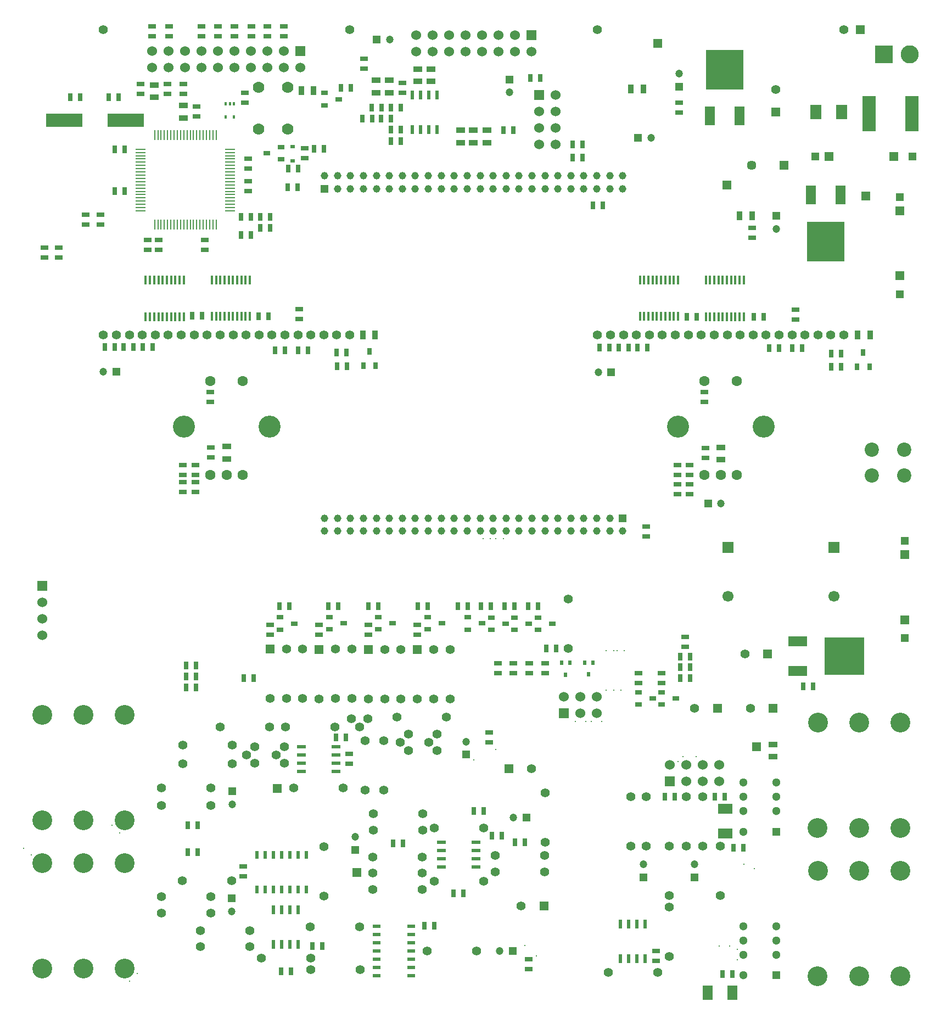
<source format=gts>
G04 (created by PCBNEW (2013-07-07 BZR 4022)-stable) date 14/05/2014 09:54:23*
%MOIN*%
G04 Gerber Fmt 3.4, Leading zero omitted, Abs format*
%FSLAX34Y34*%
G01*
G70*
G90*
G04 APERTURE LIST*
%ADD10C,0.00590551*%
%ADD11C,0.0472441*%
%ADD12R,0.0472441X0.0472441*%
%ADD13C,0.012*%
%ADD14R,0.055X0.055*%
%ADD15R,0.019685X0.0275591*%
%ADD16R,0.0551X0.0236*%
%ADD17R,0.025X0.045*%
%ADD18C,0.055*%
%ADD19R,0.045X0.025*%
%ADD20R,0.02X0.045*%
%ADD21R,0.045X0.02*%
%ADD22R,0.0236X0.0551*%
%ADD23R,0.0394X0.0315*%
%ADD24C,0.0551181*%
%ADD25R,0.056X0.056*%
%ADD26C,0.056*%
%ADD27R,0.0787402X0.212598*%
%ADD28R,0.055X0.035*%
%ADD29R,0.035X0.055*%
%ADD30R,0.06X0.06*%
%ADD31C,0.06*%
%ADD32R,0.11X0.11*%
%ADD33C,0.11*%
%ADD34R,0.0866X0.063*%
%ADD35R,0.063X0.0866*%
%ADD36R,0.0709X0.0866*%
%ADD37R,0.0551181X0.0551181*%
%ADD38C,0.0570866*%
%ADD39R,0.0570866X0.0570866*%
%ADD40R,0.0511811X0.0511811*%
%ADD41R,0.0165X0.0579*%
%ADD42R,0.012X0.02*%
%ADD43R,0.0110236X0.0590551*%
%ADD44R,0.0590551X0.0110236*%
%ADD45C,0.0629921*%
%ADD46C,0.133858*%
%ADD47C,0.12*%
%ADD48R,0.0452756X0.0452756*%
%ADD49C,0.0452756*%
%ADD50R,0.228X0.244*%
%ADD51R,0.063X0.118*%
%ADD52R,0.244X0.228*%
%ADD53R,0.118X0.063*%
%ADD54R,0.027X0.024*%
%ADD55R,0.22X0.083*%
%ADD56C,0.07*%
%ADD57R,0.0315X0.0394*%
%ADD58C,0.0511811*%
%ADD59R,0.0531496X0.0531496*%
%ADD60C,0.0866142*%
%ADD61R,0.0669291X0.0669291*%
%ADD62C,0.0669291*%
G04 APERTURE END LIST*
G54D10*
G54D11*
X27030Y-43961D03*
G54D12*
X27030Y-44748D03*
G54D13*
X27490Y-45070D03*
G54D14*
X44660Y-44260D03*
G54D15*
X32824Y-39185D03*
X33335Y-39185D03*
X33080Y-39894D03*
X34224Y-39165D03*
X34735Y-39165D03*
X34480Y-39874D03*
G54D16*
X27630Y-50060D03*
X25530Y-50060D03*
X27630Y-50560D03*
X27630Y-51060D03*
X27630Y-51560D03*
X25530Y-50560D03*
X25530Y-51060D03*
X25530Y-51560D03*
G54D17*
X28090Y-48170D03*
X27490Y-48170D03*
X30610Y-50060D03*
X30010Y-50060D03*
X26882Y-53186D03*
X26282Y-53186D03*
X10130Y-50660D03*
X10730Y-50660D03*
X10130Y-49050D03*
X10730Y-49050D03*
X22600Y-50150D03*
X23200Y-50150D03*
X29220Y-49660D03*
X28620Y-49660D03*
G54D18*
X25090Y-52440D03*
X28090Y-52440D03*
X21380Y-52930D03*
X24380Y-52930D03*
X31810Y-51860D03*
X28810Y-51860D03*
X31830Y-47080D03*
X31830Y-50080D03*
X21400Y-49330D03*
X24400Y-49330D03*
X25090Y-49190D03*
X28090Y-49190D03*
X21380Y-51950D03*
X24380Y-51950D03*
X31810Y-50880D03*
X28810Y-50880D03*
X21380Y-50970D03*
X24380Y-50970D03*
X24400Y-48350D03*
X21400Y-48350D03*
G54D11*
X29916Y-48580D03*
G54D12*
X30703Y-48580D03*
G54D11*
X20300Y-49746D03*
G54D12*
X20300Y-50533D03*
G54D18*
X9800Y-52400D03*
X12800Y-52400D03*
G54D11*
X12800Y-54273D03*
G54D12*
X12800Y-53486D03*
G54D18*
X11530Y-54360D03*
X8530Y-54360D03*
X11540Y-53380D03*
X8540Y-53380D03*
X17580Y-55220D03*
X20580Y-55220D03*
X13920Y-56420D03*
X10920Y-56420D03*
X17600Y-57820D03*
X20600Y-57820D03*
X17600Y-57100D03*
X14600Y-57100D03*
X18420Y-53340D03*
X18420Y-50340D03*
X13920Y-55440D03*
X10920Y-55440D03*
G54D17*
X15820Y-57920D03*
X16420Y-57920D03*
X25090Y-55150D03*
X24490Y-55150D03*
X18320Y-56380D03*
X17720Y-56380D03*
G54D19*
X13520Y-52140D03*
X13520Y-51540D03*
G54D20*
X14340Y-52940D03*
X14840Y-52940D03*
X15340Y-52940D03*
X15840Y-52940D03*
X16340Y-52940D03*
X16840Y-52940D03*
X17340Y-52940D03*
X17340Y-50840D03*
X16840Y-50840D03*
X16340Y-50840D03*
X15840Y-50840D03*
X15340Y-50840D03*
X14840Y-50840D03*
X14340Y-50840D03*
G54D21*
X21620Y-55160D03*
X21620Y-55660D03*
X21620Y-56160D03*
X21620Y-56660D03*
X21620Y-57160D03*
X21620Y-57660D03*
X21620Y-58160D03*
X23720Y-58160D03*
X23720Y-57660D03*
X23720Y-57160D03*
X23720Y-56660D03*
X23720Y-56160D03*
X23720Y-55660D03*
X23720Y-55160D03*
G54D22*
X16850Y-56270D03*
X16850Y-54170D03*
X16350Y-56270D03*
X15850Y-56270D03*
X15350Y-56270D03*
X16350Y-54170D03*
X15850Y-54170D03*
X15350Y-54170D03*
G54D19*
X18100Y-37460D03*
X18100Y-36860D03*
X24080Y-37470D03*
X24080Y-36870D03*
X21100Y-37460D03*
X21100Y-36860D03*
X15130Y-37470D03*
X15130Y-36870D03*
G54D23*
X16608Y-36795D03*
X15742Y-37170D03*
X15742Y-36420D03*
X19613Y-36775D03*
X18747Y-37150D03*
X18747Y-36400D03*
X22573Y-36775D03*
X21707Y-37150D03*
X21707Y-36400D03*
X25563Y-36775D03*
X24697Y-37150D03*
X24697Y-36400D03*
G54D24*
X25275Y-44505D03*
X24775Y-44005D03*
X25275Y-43505D03*
X21085Y-42560D03*
X20585Y-43060D03*
X20085Y-42560D03*
X23550Y-44505D03*
X23050Y-44005D03*
X23550Y-43505D03*
X16010Y-45260D03*
X15510Y-44760D03*
X16010Y-44260D03*
X14210Y-45260D03*
X13710Y-44760D03*
X14210Y-44260D03*
G54D16*
X19135Y-44260D03*
X17035Y-44260D03*
X19135Y-44760D03*
X19135Y-45260D03*
X19135Y-45760D03*
X17035Y-44760D03*
X17035Y-45260D03*
X17035Y-45760D03*
G54D17*
X19735Y-43710D03*
X19135Y-43710D03*
G54D19*
X28440Y-43410D03*
X28440Y-44010D03*
X19935Y-45310D03*
X19935Y-44710D03*
G54D18*
X23075Y-38370D03*
X23075Y-41370D03*
X25830Y-42455D03*
X22830Y-42455D03*
X17107Y-38347D03*
X17107Y-41347D03*
X20910Y-43910D03*
X20910Y-46910D03*
X19585Y-46785D03*
X16585Y-46785D03*
X26060Y-38380D03*
X26060Y-41380D03*
X16127Y-38347D03*
X16127Y-41347D03*
X22100Y-38360D03*
X22100Y-41360D03*
X20100Y-38350D03*
X20100Y-41350D03*
X19120Y-38350D03*
X19120Y-41350D03*
X25080Y-38380D03*
X25080Y-41380D03*
X9835Y-45310D03*
X12835Y-45310D03*
X22035Y-46910D03*
X22035Y-43910D03*
X11535Y-47835D03*
X8535Y-47835D03*
X11540Y-46760D03*
X8540Y-46760D03*
X9835Y-44185D03*
X12835Y-44185D03*
X12110Y-43060D03*
X15110Y-43060D03*
X16085Y-43060D03*
X19085Y-43060D03*
G54D25*
X18100Y-38360D03*
G54D26*
X18100Y-41360D03*
G54D25*
X21100Y-38360D03*
G54D26*
X21100Y-41360D03*
G54D25*
X24080Y-38380D03*
G54D26*
X24080Y-41380D03*
G54D25*
X15127Y-38347D03*
G54D26*
X15127Y-41347D03*
G54D11*
X12835Y-47773D03*
G54D12*
X12835Y-46986D03*
G54D24*
X19189Y-19254D03*
X19977Y-19254D03*
X5016Y-751D03*
X16040Y-19254D03*
X16827Y-19254D03*
X17615Y-19254D03*
X12890Y-19254D03*
X13678Y-19254D03*
X14465Y-19254D03*
X10528Y-19254D03*
X11315Y-19254D03*
X12103Y-19254D03*
X7378Y-19254D03*
X8166Y-19254D03*
X8953Y-19254D03*
X5016Y-19254D03*
X5804Y-19254D03*
X19977Y-751D03*
X15252Y-19254D03*
X18402Y-19254D03*
X6591Y-19254D03*
X9741Y-19254D03*
G54D27*
X54111Y-5829D03*
X51512Y-5829D03*
G54D28*
X28296Y-6839D03*
X28296Y-7589D03*
G54D29*
X44405Y-12025D03*
X43655Y-12025D03*
G54D28*
X9860Y-5340D03*
X9860Y-6090D03*
X45680Y-44125D03*
X45680Y-44875D03*
X42500Y-26100D03*
X42500Y-26850D03*
X12495Y-26044D03*
X12495Y-26794D03*
G54D29*
X37795Y-4340D03*
X37045Y-4340D03*
X20770Y-19260D03*
X21520Y-19260D03*
G54D28*
X8100Y-4850D03*
X8100Y-4100D03*
X24898Y-3128D03*
X24898Y-3878D03*
X24111Y-3878D03*
X24111Y-3128D03*
G54D29*
X50810Y-19255D03*
X51560Y-19255D03*
G54D19*
X8920Y-4645D03*
X8920Y-4045D03*
X13795Y-10550D03*
X13795Y-9950D03*
G54D17*
X6320Y-10545D03*
X5720Y-10545D03*
X20055Y-4260D03*
X19455Y-4260D03*
X29307Y-6836D03*
X29907Y-6836D03*
G54D19*
X7275Y-4650D03*
X7275Y-4050D03*
X10680Y-6015D03*
X10680Y-5415D03*
X11170Y-13515D03*
X11170Y-14115D03*
X13800Y-9170D03*
X13800Y-8570D03*
G54D17*
X13375Y-13210D03*
X13975Y-13210D03*
X13385Y-12100D03*
X13985Y-12100D03*
X16825Y-9180D03*
X16225Y-9180D03*
X16820Y-10295D03*
X16220Y-10295D03*
G54D19*
X3940Y-12565D03*
X3940Y-11965D03*
X4850Y-12565D03*
X4850Y-11965D03*
X13605Y-5175D03*
X13605Y-4575D03*
X9860Y-4635D03*
X9860Y-4035D03*
G54D17*
X21880Y-6135D03*
X22480Y-6135D03*
G54D19*
X37490Y-40400D03*
X37490Y-39800D03*
X38920Y-40400D03*
X38920Y-39800D03*
G54D17*
X43860Y-50420D03*
X43260Y-50420D03*
X42620Y-58070D03*
X43220Y-58070D03*
G54D19*
X37964Y-31515D03*
X37964Y-30915D03*
G54D17*
X35340Y-11405D03*
X34740Y-11405D03*
X31530Y-3680D03*
X30930Y-3680D03*
G54D19*
X20850Y-2509D03*
X20850Y-3109D03*
G54D17*
X47490Y-40620D03*
X48090Y-40620D03*
G54D19*
X39988Y-5173D03*
X39988Y-5773D03*
X44420Y-12765D03*
X44420Y-13365D03*
G54D17*
X22470Y-6805D03*
X23070Y-6805D03*
X22470Y-5465D03*
X23070Y-5465D03*
X15135Y-12095D03*
X14535Y-12095D03*
X14535Y-12780D03*
X15135Y-12780D03*
X34120Y-8490D03*
X33520Y-8490D03*
X33520Y-7700D03*
X34120Y-7700D03*
X6295Y-7995D03*
X5695Y-7995D03*
G54D19*
X23160Y-3965D03*
X23160Y-4565D03*
X47040Y-17745D03*
X47040Y-18345D03*
X11515Y-23345D03*
X11515Y-22745D03*
X1428Y-14575D03*
X1428Y-13975D03*
X2322Y-14573D03*
X2322Y-13973D03*
G54D17*
X10650Y-40655D03*
X10050Y-40655D03*
X10650Y-40000D03*
X10050Y-40000D03*
X10650Y-39350D03*
X10050Y-39350D03*
X40640Y-40090D03*
X40040Y-40090D03*
X40640Y-39440D03*
X40040Y-39440D03*
X40640Y-38790D03*
X40040Y-38790D03*
X49790Y-21210D03*
X49190Y-21210D03*
X49190Y-20395D03*
X49790Y-20395D03*
X35749Y-20042D03*
X35149Y-20042D03*
X36291Y-20042D03*
X36891Y-20042D03*
X38033Y-20042D03*
X37433Y-20042D03*
X45448Y-20079D03*
X46048Y-20079D03*
X47432Y-20081D03*
X46832Y-20081D03*
X40450Y-18155D03*
X41050Y-18155D03*
X44510Y-18160D03*
X45110Y-18160D03*
X19795Y-21155D03*
X19195Y-21155D03*
X19185Y-20350D03*
X19785Y-20350D03*
X5710Y-20003D03*
X5110Y-20003D03*
X6252Y-20003D03*
X6852Y-20003D03*
X7993Y-20003D03*
X7393Y-20003D03*
G54D19*
X16900Y-17700D03*
X16900Y-18300D03*
G54D17*
X17428Y-20195D03*
X16828Y-20195D03*
X15446Y-20195D03*
X16046Y-20195D03*
X14440Y-18152D03*
X15040Y-18152D03*
X10420Y-18115D03*
X11020Y-18115D03*
G54D19*
X9853Y-27778D03*
X9853Y-27178D03*
G54D17*
X3000Y-4825D03*
X3600Y-4825D03*
X5950Y-4825D03*
X5350Y-4825D03*
G54D19*
X7969Y-529D03*
X7969Y-1129D03*
X8992Y-529D03*
X8992Y-1129D03*
X11985Y-529D03*
X11985Y-1129D03*
X12969Y-529D03*
X12969Y-1129D03*
X10961Y-529D03*
X10961Y-1129D03*
X13992Y-529D03*
X13992Y-1129D03*
X14977Y-529D03*
X14977Y-1129D03*
X15961Y-529D03*
X15961Y-1129D03*
X41570Y-26135D03*
X41570Y-26735D03*
X40600Y-28345D03*
X40600Y-28945D03*
X40600Y-27765D03*
X40600Y-27165D03*
X39870Y-28345D03*
X39870Y-28945D03*
X9853Y-28220D03*
X9853Y-28820D03*
X10601Y-27778D03*
X10601Y-27178D03*
X10601Y-28220D03*
X10601Y-28820D03*
X11530Y-26115D03*
X11530Y-26715D03*
X41521Y-23345D03*
X41521Y-22745D03*
X39860Y-27775D03*
X39860Y-27175D03*
G54D14*
X50977Y-748D03*
X51316Y-10840D03*
X38660Y-1555D03*
X42865Y-10175D03*
G54D30*
X31000Y-1075D03*
G54D31*
X31000Y-2075D03*
X30000Y-1075D03*
X30000Y-2075D03*
X29000Y-1075D03*
X29000Y-2075D03*
X28000Y-1075D03*
X28000Y-2075D03*
X27000Y-1075D03*
X27000Y-2075D03*
X26000Y-1075D03*
X26000Y-2075D03*
X25000Y-1075D03*
X25000Y-2075D03*
X24000Y-1075D03*
X24000Y-2075D03*
G54D30*
X31475Y-4700D03*
G54D31*
X32475Y-4700D03*
X31475Y-5700D03*
X32475Y-5700D03*
X31475Y-6700D03*
X32475Y-6700D03*
X31475Y-7700D03*
X32475Y-7700D03*
X15980Y-2045D03*
X14980Y-2045D03*
X15980Y-3045D03*
X14980Y-3045D03*
X12980Y-2045D03*
X11980Y-2045D03*
X12980Y-3045D03*
X11980Y-3045D03*
X9980Y-2045D03*
X8980Y-2045D03*
X9980Y-3045D03*
X8980Y-3045D03*
G54D30*
X16980Y-2045D03*
G54D31*
X13980Y-2045D03*
X16980Y-3045D03*
X13980Y-3045D03*
X10980Y-2045D03*
X7980Y-2045D03*
X10980Y-3045D03*
X7980Y-3045D03*
G54D32*
X52418Y-2247D03*
G54D33*
X53977Y-2247D03*
G54D34*
X42780Y-48032D03*
X42780Y-49528D03*
G54D35*
X41722Y-59190D03*
X43218Y-59190D03*
G54D36*
X49850Y-5735D03*
X48270Y-5735D03*
G54D24*
X43961Y-38630D03*
G54D37*
X45338Y-38630D03*
G54D24*
X45840Y-4356D03*
G54D37*
X45840Y-5733D03*
G54D11*
X38273Y-7290D03*
G54D12*
X37486Y-7290D03*
G54D11*
X22396Y-1321D03*
G54D12*
X21609Y-1321D03*
G54D11*
X29680Y-4543D03*
G54D12*
X29680Y-3756D03*
G54D11*
X35056Y-21538D03*
G54D12*
X35843Y-21538D03*
G54D11*
X42511Y-29488D03*
G54D12*
X41724Y-29488D03*
G54D11*
X5016Y-21499D03*
G54D12*
X5804Y-21499D03*
G54D11*
X45880Y-12824D03*
G54D12*
X45880Y-12037D03*
G54D11*
X39988Y-3406D03*
G54D12*
X39988Y-4193D03*
G54D38*
X44365Y-8955D03*
G54D39*
X46334Y-8955D03*
G54D40*
X53659Y-31779D03*
X53659Y-37685D03*
X48247Y-8440D03*
X54152Y-8440D03*
X53358Y-10896D03*
X53358Y-16801D03*
G54D41*
X42873Y-15953D03*
X42617Y-15953D03*
X42361Y-15953D03*
X42105Y-15953D03*
X43637Y-18155D03*
X43641Y-15953D03*
X43385Y-15953D03*
X43129Y-15953D03*
X41849Y-18157D03*
X42105Y-18157D03*
X42361Y-18157D03*
X42617Y-18157D03*
X42873Y-18157D03*
X43129Y-18157D03*
X41849Y-15953D03*
X43385Y-18155D03*
X43897Y-15953D03*
X41593Y-15953D03*
X41593Y-18157D03*
X43897Y-18157D03*
X38878Y-15943D03*
X38622Y-15943D03*
X38366Y-15943D03*
X38110Y-15943D03*
X39642Y-18145D03*
X39646Y-15943D03*
X39390Y-15943D03*
X39134Y-15943D03*
X37854Y-18147D03*
X38110Y-18147D03*
X38366Y-18147D03*
X38622Y-18147D03*
X38878Y-18147D03*
X39134Y-18147D03*
X37854Y-15943D03*
X39390Y-18145D03*
X39902Y-15943D03*
X37598Y-15943D03*
X37598Y-18147D03*
X39902Y-18147D03*
G54D42*
X12943Y-5232D03*
X12443Y-5232D03*
X12943Y-6032D03*
X12693Y-5232D03*
X12443Y-6032D03*
G54D19*
X8370Y-13505D03*
X8370Y-14105D03*
G54D43*
X11867Y-7148D03*
X11670Y-7148D03*
X11473Y-7148D03*
X11276Y-7148D03*
X11080Y-7148D03*
X10883Y-7148D03*
X10686Y-7148D03*
X10489Y-7148D03*
X10292Y-7148D03*
X10095Y-7148D03*
X9899Y-7148D03*
X9702Y-7148D03*
X9505Y-7148D03*
X9308Y-7148D03*
X9111Y-7148D03*
X8914Y-7148D03*
X8717Y-7148D03*
X8521Y-7148D03*
X8324Y-7148D03*
X8127Y-7148D03*
G54D44*
X7280Y-7994D03*
X7280Y-8191D03*
X7280Y-8388D03*
X7280Y-8585D03*
X7280Y-8782D03*
X7280Y-8979D03*
X7280Y-9176D03*
X7280Y-9372D03*
X7280Y-9569D03*
X7280Y-9766D03*
X7280Y-9963D03*
X7280Y-10160D03*
X7280Y-10357D03*
X7280Y-10554D03*
X7280Y-10750D03*
X7280Y-10947D03*
X7280Y-11144D03*
X7280Y-11341D03*
X7280Y-11538D03*
X7280Y-11735D03*
G54D43*
X8127Y-12581D03*
X8324Y-12581D03*
X8521Y-12581D03*
X8717Y-12581D03*
X8914Y-12581D03*
X9111Y-12581D03*
X9308Y-12581D03*
X9505Y-12581D03*
X9702Y-12581D03*
X9899Y-12581D03*
X10095Y-12581D03*
X10292Y-12581D03*
X10489Y-12581D03*
X10686Y-12581D03*
X10883Y-12581D03*
X11080Y-12581D03*
X11276Y-12581D03*
X11473Y-12581D03*
X11670Y-12581D03*
X11867Y-12581D03*
G54D44*
X12713Y-11735D03*
X12713Y-11538D03*
X12713Y-11341D03*
X12713Y-11144D03*
X12713Y-10947D03*
X12713Y-10750D03*
X12713Y-10554D03*
X12713Y-10357D03*
X12713Y-10160D03*
X12713Y-9963D03*
X12713Y-9766D03*
X12713Y-9569D03*
X12713Y-9372D03*
X12713Y-9176D03*
X12713Y-8979D03*
X12713Y-8782D03*
X12713Y-8585D03*
X12713Y-8388D03*
X12713Y-8191D03*
X12713Y-7994D03*
G54D45*
X11513Y-27776D03*
X11513Y-22067D03*
X13482Y-27776D03*
X13482Y-22067D03*
X12497Y-27776D03*
G54D46*
X9898Y-24825D03*
X15095Y-24825D03*
G54D45*
X41513Y-27776D03*
X41513Y-22067D03*
X43482Y-27776D03*
X43482Y-22067D03*
X42497Y-27776D03*
G54D46*
X39898Y-24825D03*
X45095Y-24825D03*
G54D47*
X3797Y-42333D03*
X1297Y-42333D03*
X6312Y-42333D03*
X3797Y-48723D03*
X1297Y-48723D03*
X6297Y-48723D03*
X3797Y-51333D03*
X1297Y-51333D03*
X6312Y-51333D03*
X3797Y-57723D03*
X1297Y-57723D03*
X6297Y-57723D03*
X50897Y-49198D03*
X53397Y-49198D03*
X48382Y-49198D03*
X50897Y-42808D03*
X53397Y-42808D03*
X48397Y-42808D03*
X50897Y-58198D03*
X53397Y-58198D03*
X48382Y-58198D03*
X50897Y-51808D03*
X53397Y-51808D03*
X48397Y-51808D03*
G54D24*
X49189Y-19254D03*
X49977Y-19254D03*
X35016Y-751D03*
X46040Y-19254D03*
X46827Y-19254D03*
X47615Y-19254D03*
X42890Y-19254D03*
X43678Y-19254D03*
X44465Y-19254D03*
X40528Y-19254D03*
X41315Y-19254D03*
X42103Y-19254D03*
X37378Y-19254D03*
X38166Y-19254D03*
X38953Y-19254D03*
X35016Y-19254D03*
X35804Y-19254D03*
X49977Y-751D03*
X45252Y-19254D03*
X48402Y-19254D03*
X36591Y-19254D03*
X39741Y-19254D03*
G54D48*
X18441Y-10397D03*
G54D49*
X18441Y-9609D03*
X19229Y-10397D03*
X19229Y-9609D03*
X20016Y-10397D03*
X20016Y-9609D03*
X20804Y-10397D03*
X20804Y-9609D03*
X21591Y-10397D03*
X21591Y-9609D03*
X22378Y-10397D03*
X22378Y-9609D03*
X23166Y-10397D03*
X23166Y-9609D03*
X23953Y-10397D03*
X23953Y-9609D03*
X24741Y-10397D03*
X24741Y-9609D03*
X25528Y-10397D03*
X25528Y-9609D03*
X26315Y-10397D03*
X26315Y-9609D03*
X27103Y-10397D03*
X27103Y-9609D03*
X27890Y-10397D03*
X27890Y-9609D03*
X28678Y-10397D03*
X28678Y-9609D03*
X29465Y-10397D03*
X29465Y-9609D03*
X30252Y-10397D03*
X30252Y-9609D03*
X31040Y-10397D03*
X31040Y-9609D03*
X31827Y-10397D03*
X31827Y-9609D03*
X32615Y-10397D03*
X32615Y-9609D03*
X33402Y-10397D03*
X33402Y-9609D03*
X34189Y-10397D03*
X34189Y-9609D03*
X34977Y-10397D03*
X34977Y-9609D03*
X35764Y-10397D03*
X35764Y-9609D03*
X36552Y-10397D03*
X36552Y-9609D03*
G54D48*
X36552Y-30397D03*
G54D49*
X36552Y-31184D03*
X35764Y-30397D03*
X35764Y-31184D03*
X34977Y-30397D03*
X34977Y-31184D03*
X34189Y-30397D03*
X34189Y-31184D03*
X33402Y-30397D03*
X33402Y-31184D03*
X32615Y-30397D03*
X32615Y-31184D03*
X31827Y-30397D03*
X31827Y-31184D03*
X31040Y-30397D03*
X31040Y-31184D03*
X30252Y-30397D03*
X30252Y-31184D03*
X29465Y-30397D03*
X29465Y-31184D03*
X28678Y-30397D03*
X28678Y-31184D03*
X27890Y-30397D03*
X27890Y-31184D03*
X27103Y-30397D03*
X27103Y-31184D03*
X26315Y-30397D03*
X26315Y-31184D03*
X25528Y-30397D03*
X25528Y-31184D03*
X24741Y-30397D03*
X24741Y-31184D03*
X23953Y-30397D03*
X23953Y-31184D03*
X23166Y-30397D03*
X23166Y-31184D03*
X22378Y-30397D03*
X22378Y-31184D03*
X21591Y-30397D03*
X21591Y-31184D03*
X20804Y-30397D03*
X20804Y-31184D03*
X20016Y-30397D03*
X20016Y-31184D03*
X19229Y-30397D03*
X19229Y-31184D03*
X18441Y-30397D03*
X18441Y-31184D03*
G54D50*
X48866Y-13615D03*
G54D51*
X49766Y-10785D03*
X47966Y-10785D03*
G54D50*
X42740Y-3155D03*
G54D51*
X41840Y-5985D03*
X43640Y-5985D03*
G54D52*
X49998Y-38774D03*
G54D53*
X47168Y-37874D03*
X47168Y-39674D03*
G54D41*
X8868Y-15953D03*
X8612Y-15953D03*
X8356Y-15953D03*
X8100Y-15953D03*
X9632Y-18155D03*
X9636Y-15953D03*
X9380Y-15953D03*
X9124Y-15953D03*
X7844Y-18157D03*
X8100Y-18157D03*
X8356Y-18157D03*
X8612Y-18157D03*
X8868Y-18157D03*
X9124Y-18157D03*
X7844Y-15953D03*
X9380Y-18155D03*
X9892Y-15953D03*
X7588Y-15953D03*
X7588Y-18157D03*
X9892Y-18157D03*
X12880Y-15948D03*
X12624Y-15948D03*
X12368Y-15948D03*
X12112Y-15948D03*
X13644Y-18150D03*
X13648Y-15948D03*
X13392Y-15948D03*
X13136Y-15948D03*
X11856Y-18152D03*
X12112Y-18152D03*
X12368Y-18152D03*
X12624Y-18152D03*
X12880Y-18152D03*
X13136Y-18152D03*
X11856Y-15948D03*
X13392Y-18150D03*
X13904Y-15948D03*
X11600Y-15948D03*
X11600Y-18152D03*
X13904Y-18152D03*
G54D23*
X14952Y-8240D03*
X15818Y-7865D03*
X15818Y-8615D03*
G54D17*
X18395Y-7975D03*
X17795Y-7975D03*
G54D19*
X17225Y-7950D03*
X17225Y-8550D03*
G54D54*
X16495Y-7830D03*
X16495Y-8710D03*
G54D55*
X2630Y-6225D03*
X6370Y-6225D03*
G54D29*
X17775Y-4430D03*
X17025Y-4430D03*
G54D22*
X23770Y-4705D03*
X23770Y-6805D03*
X24270Y-4705D03*
X24770Y-4705D03*
X25270Y-4705D03*
X24270Y-6805D03*
X24770Y-6805D03*
X25270Y-6805D03*
G54D28*
X22380Y-3820D03*
X22380Y-4570D03*
X21560Y-3815D03*
X21560Y-4565D03*
G54D17*
X20730Y-6135D03*
X21330Y-6135D03*
X23070Y-7515D03*
X22470Y-7515D03*
X21290Y-5465D03*
X21890Y-5465D03*
G54D19*
X7720Y-14105D03*
X7720Y-13505D03*
G54D30*
X1300Y-34500D03*
G54D31*
X1300Y-35500D03*
X1300Y-36500D03*
X1300Y-37500D03*
G54D28*
X26700Y-7590D03*
X26700Y-6840D03*
G54D23*
X19293Y-4955D03*
X18427Y-5330D03*
X18427Y-4580D03*
G54D56*
X14449Y-4225D03*
X16221Y-4225D03*
X14449Y-6785D03*
X16221Y-6785D03*
G54D17*
X13543Y-40104D03*
X14143Y-40104D03*
G54D19*
X40350Y-37620D03*
X40350Y-38220D03*
G54D23*
X39783Y-41330D03*
X38917Y-41705D03*
X38917Y-40955D03*
X38363Y-41330D03*
X37497Y-41705D03*
X37497Y-40955D03*
G54D57*
X21170Y-20287D03*
X21545Y-21153D03*
X20795Y-21153D03*
X51150Y-20342D03*
X51525Y-21208D03*
X50775Y-21208D03*
G54D28*
X27488Y-7590D03*
X27488Y-6840D03*
G54D23*
X32273Y-36800D03*
X31407Y-37175D03*
X31407Y-36425D03*
X30853Y-36800D03*
X29987Y-37175D03*
X29987Y-36425D03*
X29433Y-36800D03*
X28567Y-37175D03*
X28567Y-36425D03*
X28013Y-36780D03*
X27147Y-37155D03*
X27147Y-36405D03*
G54D19*
X30850Y-57780D03*
X30850Y-57180D03*
G54D18*
X27680Y-56660D03*
X24680Y-56660D03*
G54D11*
X29086Y-56660D03*
G54D12*
X29873Y-56660D03*
G54D19*
X29920Y-39220D03*
X29920Y-39820D03*
X28960Y-39220D03*
X28960Y-39820D03*
X30880Y-39220D03*
X30880Y-39820D03*
X31840Y-39220D03*
X31840Y-39820D03*
G54D22*
X37910Y-57130D03*
X37910Y-55030D03*
X37410Y-57130D03*
X36910Y-57130D03*
X36410Y-57130D03*
X37410Y-55030D03*
X36910Y-55030D03*
X36410Y-55030D03*
G54D18*
X39360Y-54000D03*
X39360Y-57000D03*
X37960Y-50320D03*
X37960Y-47320D03*
X39360Y-50300D03*
X39360Y-53300D03*
X40420Y-47300D03*
X40420Y-50300D03*
X38660Y-57960D03*
X35660Y-57960D03*
X37040Y-50320D03*
X37040Y-47320D03*
X42480Y-50300D03*
X42480Y-53300D03*
X41420Y-47300D03*
X41420Y-50300D03*
G54D19*
X38580Y-56660D03*
X38580Y-57260D03*
G54D17*
X39100Y-47300D03*
X39700Y-47300D03*
X42740Y-47300D03*
X42140Y-47300D03*
G54D11*
X37800Y-51406D03*
G54D12*
X37800Y-52193D03*
G54D11*
X40920Y-51406D03*
G54D12*
X40920Y-52193D03*
G54D30*
X39420Y-46360D03*
G54D31*
X39420Y-45360D03*
X40420Y-46360D03*
X40420Y-45360D03*
X41420Y-46360D03*
X41420Y-45360D03*
X42420Y-46360D03*
X42420Y-45360D03*
G54D30*
X32970Y-42240D03*
G54D31*
X32970Y-41240D03*
X33970Y-42240D03*
X33970Y-41240D03*
X34970Y-42240D03*
X34970Y-41240D03*
G54D13*
X28060Y-31630D03*
X28500Y-31630D03*
X28850Y-31630D03*
X29290Y-31630D03*
X35550Y-38450D03*
X35990Y-38450D03*
X36190Y-38450D03*
X36630Y-38450D03*
X36430Y-40850D03*
X35990Y-40850D03*
X35550Y-40850D03*
X35280Y-42740D03*
X34640Y-42740D03*
X34310Y-42740D03*
X33670Y-42740D03*
X40220Y-44870D03*
X39910Y-45180D03*
X41000Y-44870D03*
X30590Y-56340D03*
X31300Y-56980D03*
X28850Y-44430D03*
X7060Y-58050D03*
X6600Y-58490D03*
X43500Y-57210D03*
X43500Y-56570D03*
X5990Y-49490D03*
X5540Y-49040D03*
X160Y-50430D03*
X650Y-50840D03*
X42400Y-56370D03*
X43040Y-56370D03*
X44540Y-51670D03*
X43920Y-51390D03*
G54D14*
X15570Y-46790D03*
X20400Y-51890D03*
G54D18*
X33240Y-38295D03*
X33240Y-35295D03*
G54D17*
X32520Y-38290D03*
X31920Y-38290D03*
G54D58*
X45870Y-46443D03*
X45870Y-48176D03*
X43870Y-47310D03*
X43870Y-48176D03*
X43870Y-46443D03*
X45870Y-47310D03*
X43870Y-49436D03*
G54D40*
X45870Y-49436D03*
G54D58*
X45860Y-55158D03*
X45860Y-56891D03*
X43860Y-56025D03*
X43860Y-56891D03*
X43860Y-55158D03*
X45860Y-56025D03*
X43860Y-58151D03*
G54D40*
X45860Y-58151D03*
G54D59*
X53358Y-11724D03*
X53358Y-15661D03*
X49074Y-8440D03*
X53011Y-8440D03*
X53659Y-32619D03*
X53659Y-36556D03*
G54D17*
X30800Y-35725D03*
X31400Y-35725D03*
X29375Y-35725D03*
X29975Y-35725D03*
X27950Y-35725D03*
X28550Y-35725D03*
X26550Y-35725D03*
X27150Y-35725D03*
X24100Y-35725D03*
X24700Y-35725D03*
X21100Y-35725D03*
X21700Y-35725D03*
X19275Y-35725D03*
X18675Y-35725D03*
X16300Y-35725D03*
X15700Y-35725D03*
G54D60*
X51665Y-26222D03*
X53634Y-26222D03*
X53634Y-27797D03*
X51665Y-27797D03*
G54D24*
X44301Y-41940D03*
G54D37*
X45678Y-41940D03*
G54D24*
X40921Y-41940D03*
G54D37*
X42298Y-41940D03*
G54D24*
X31008Y-45600D03*
G54D37*
X29631Y-45600D03*
G54D24*
X30381Y-53930D03*
G54D37*
X31758Y-53930D03*
G54D61*
X42940Y-32183D03*
G54D62*
X42940Y-35136D03*
G54D61*
X49380Y-32183D03*
G54D62*
X49380Y-35136D03*
M02*

</source>
